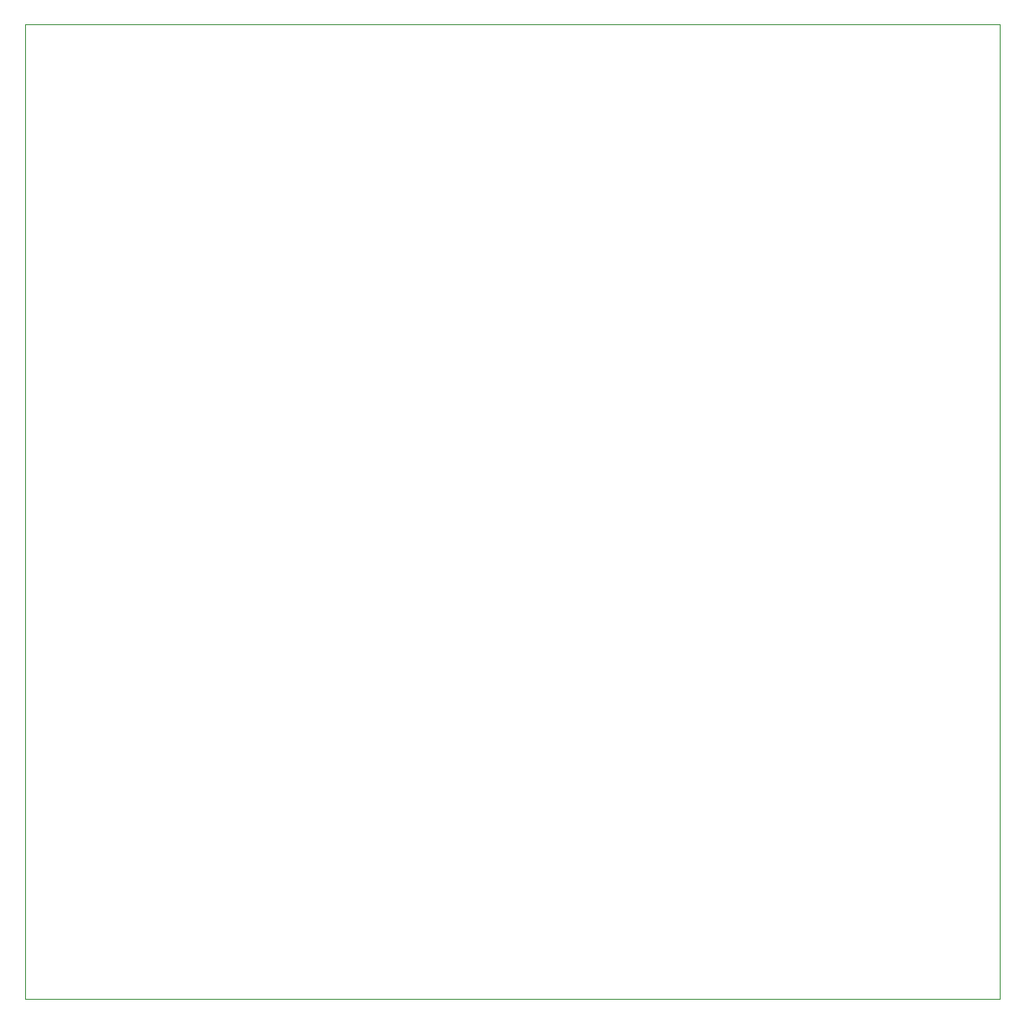
<source format=gm1>
%TF.GenerationSoftware,KiCad,Pcbnew,(6.0.4)*%
%TF.CreationDate,2022-05-04T18:37:34+01:00*%
%TF.ProjectId,v2,76322e6b-6963-4616-945f-706362585858,rev?*%
%TF.SameCoordinates,Original*%
%TF.FileFunction,Profile,NP*%
%FSLAX46Y46*%
G04 Gerber Fmt 4.6, Leading zero omitted, Abs format (unit mm)*
G04 Created by KiCad (PCBNEW (6.0.4)) date 2022-05-04 18:37:34*
%MOMM*%
%LPD*%
G01*
G04 APERTURE LIST*
%TA.AperFunction,Profile*%
%ADD10C,0.100000*%
%TD*%
G04 APERTURE END LIST*
D10*
X19412500Y-28637500D02*
X114662500Y-28637500D01*
X114662500Y-28637500D02*
X114662500Y-123887500D01*
X114662500Y-123887500D02*
X19412500Y-123887500D01*
X19412500Y-123887500D02*
X19412500Y-28637500D01*
M02*

</source>
